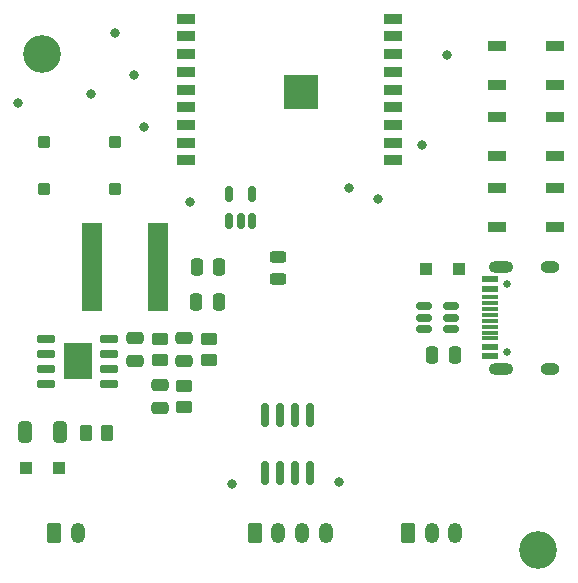
<source format=gts>
G04 #@! TF.GenerationSoftware,KiCad,Pcbnew,9.0.5*
G04 #@! TF.CreationDate,2025-10-15T09:52:21+02:00*
G04 #@! TF.ProjectId,KleverLogger,4b6c6576-6572-44c6-9f67-6765722e6b69,rev?*
G04 #@! TF.SameCoordinates,Original*
G04 #@! TF.FileFunction,Soldermask,Top*
G04 #@! TF.FilePolarity,Negative*
%FSLAX46Y46*%
G04 Gerber Fmt 4.6, Leading zero omitted, Abs format (unit mm)*
G04 Created by KiCad (PCBNEW 9.0.5) date 2025-10-15 09:52:21*
%MOMM*%
%LPD*%
G01*
G04 APERTURE LIST*
G04 Aperture macros list*
%AMRoundRect*
0 Rectangle with rounded corners*
0 $1 Rounding radius*
0 $2 $3 $4 $5 $6 $7 $8 $9 X,Y pos of 4 corners*
0 Add a 4 corners polygon primitive as box body*
4,1,4,$2,$3,$4,$5,$6,$7,$8,$9,$2,$3,0*
0 Add four circle primitives for the rounded corners*
1,1,$1+$1,$2,$3*
1,1,$1+$1,$4,$5*
1,1,$1+$1,$6,$7*
1,1,$1+$1,$8,$9*
0 Add four rect primitives between the rounded corners*
20,1,$1+$1,$2,$3,$4,$5,0*
20,1,$1+$1,$4,$5,$6,$7,0*
20,1,$1+$1,$6,$7,$8,$9,0*
20,1,$1+$1,$8,$9,$2,$3,0*%
G04 Aperture macros list end*
%ADD10C,0.800000*%
%ADD11RoundRect,0.150000X0.512500X0.150000X-0.512500X0.150000X-0.512500X-0.150000X0.512500X-0.150000X0*%
%ADD12C,3.200000*%
%ADD13RoundRect,0.250000X-0.350000X-0.625000X0.350000X-0.625000X0.350000X0.625000X-0.350000X0.625000X0*%
%ADD14O,1.200000X1.750000*%
%ADD15RoundRect,0.250000X-0.450000X0.262500X-0.450000X-0.262500X0.450000X-0.262500X0.450000X0.262500X0*%
%ADD16RoundRect,0.250000X-0.250000X-0.475000X0.250000X-0.475000X0.250000X0.475000X-0.250000X0.475000X0*%
%ADD17R,1.800000X7.500000*%
%ADD18RoundRect,0.250000X-0.300000X-0.300000X0.300000X-0.300000X0.300000X0.300000X-0.300000X0.300000X0*%
%ADD19RoundRect,0.090000X-0.660000X-0.360000X0.660000X-0.360000X0.660000X0.360000X-0.660000X0.360000X0*%
%ADD20R,1.500000X0.900000*%
%ADD21C,0.600000*%
%ADD22R,2.900000X2.900000*%
%ADD23RoundRect,0.250000X0.475000X-0.250000X0.475000X0.250000X-0.475000X0.250000X-0.475000X-0.250000X0*%
%ADD24RoundRect,0.100000X-0.400000X-0.400000X0.400000X-0.400000X0.400000X0.400000X-0.400000X0.400000X0*%
%ADD25RoundRect,0.150000X0.150000X-0.512500X0.150000X0.512500X-0.150000X0.512500X-0.150000X-0.512500X0*%
%ADD26RoundRect,0.243750X0.456250X-0.243750X0.456250X0.243750X-0.456250X0.243750X-0.456250X-0.243750X0*%
%ADD27RoundRect,0.250000X-0.475000X0.250000X-0.475000X-0.250000X0.475000X-0.250000X0.475000X0.250000X0*%
%ADD28RoundRect,0.250000X-0.262500X-0.450000X0.262500X-0.450000X0.262500X0.450000X-0.262500X0.450000X0*%
%ADD29RoundRect,0.150000X-0.650000X-0.150000X0.650000X-0.150000X0.650000X0.150000X-0.650000X0.150000X0*%
%ADD30R,2.410000X3.100000*%
%ADD31RoundRect,0.150000X-0.150000X0.825000X-0.150000X-0.825000X0.150000X-0.825000X0.150000X0.825000X0*%
%ADD32RoundRect,0.250000X-0.325000X-0.650000X0.325000X-0.650000X0.325000X0.650000X-0.325000X0.650000X0*%
%ADD33C,0.650000*%
%ADD34R,1.450000X0.600000*%
%ADD35R,1.450000X0.300000*%
%ADD36O,2.100000X1.000000*%
%ADD37O,1.600000X1.000000*%
G04 APERTURE END LIST*
D10*
G04 #@! TO.C,TP12*
X98300000Y-94100000D03*
G04 #@! TD*
G04 #@! TO.C,TP11*
X80100000Y-130400000D03*
G04 #@! TD*
G04 #@! TO.C,TP10*
X89100000Y-130200000D03*
G04 #@! TD*
G04 #@! TO.C,TP9*
X72600000Y-100200000D03*
G04 #@! TD*
G04 #@! TO.C,TP8*
X71800000Y-95800000D03*
G04 #@! TD*
G04 #@! TO.C,TP7*
X68100000Y-97400000D03*
G04 #@! TD*
G04 #@! TO.C,TP6*
X70200000Y-92200000D03*
G04 #@! TD*
G04 #@! TO.C,TP5*
X96200000Y-101700000D03*
G04 #@! TD*
G04 #@! TO.C,TP4*
X92400000Y-106300000D03*
G04 #@! TD*
G04 #@! TO.C,TP3*
X90000000Y-105300000D03*
G04 #@! TD*
G04 #@! TO.C,TP2*
X76500000Y-106500000D03*
G04 #@! TD*
G04 #@! TO.C,TP1*
X62000000Y-98100000D03*
G04 #@! TD*
D11*
G04 #@! TO.C,U6*
X98637500Y-117250000D03*
X98637500Y-116300000D03*
X98637500Y-115350000D03*
X96362500Y-115350000D03*
X96362500Y-116300000D03*
X96362500Y-117250000D03*
G04 #@! TD*
D12*
G04 #@! TO.C,H2*
X106000000Y-136000000D03*
G04 #@! TD*
D13*
G04 #@! TO.C,J7*
X95000000Y-134550000D03*
D14*
X97000000Y-134550000D03*
X99000000Y-134550000D03*
G04 #@! TD*
D13*
G04 #@! TO.C,J1*
X82000000Y-134550000D03*
D14*
X84000000Y-134550000D03*
X86000000Y-134550000D03*
X88000000Y-134550000D03*
G04 #@! TD*
D15*
G04 #@! TO.C,R83*
X78100000Y-118087500D03*
X78100000Y-119912500D03*
G04 #@! TD*
D16*
G04 #@! TO.C,C8*
X97050000Y-119500000D03*
X98950000Y-119500000D03*
G04 #@! TD*
D17*
G04 #@! TO.C,L2*
X68200000Y-112000000D03*
X73800000Y-112000000D03*
G04 #@! TD*
D18*
G04 #@! TO.C,D5*
X96500000Y-112200000D03*
X99300000Y-112200000D03*
G04 #@! TD*
D12*
G04 #@! TO.C,H1*
X64000000Y-94000000D03*
G04 #@! TD*
D19*
G04 #@! TO.C,D8*
X102550000Y-105350000D03*
X102550000Y-108650000D03*
X107450000Y-108650000D03*
X107450000Y-105350000D03*
G04 #@! TD*
D20*
G04 #@! TO.C,U1*
X76190000Y-91000000D03*
X76190000Y-92500000D03*
X76190000Y-94000000D03*
X76190000Y-95500000D03*
X76190000Y-97000000D03*
X76190000Y-98500000D03*
X76190000Y-100000000D03*
X76190000Y-101500000D03*
X76190000Y-103000000D03*
X93690000Y-103000000D03*
X93690000Y-101500000D03*
X93690000Y-100000000D03*
X93690000Y-98500000D03*
X93690000Y-97000000D03*
X93690000Y-95500000D03*
X93690000Y-94000000D03*
X93690000Y-92500000D03*
X93690000Y-91000000D03*
D21*
X84800000Y-96650000D03*
X84800000Y-97750000D03*
X85350000Y-96100000D03*
X85350000Y-97200000D03*
X85350000Y-98300000D03*
X85900000Y-96650000D03*
D22*
X85900000Y-97200000D03*
D21*
X85900000Y-97750000D03*
X86450000Y-96100000D03*
X86450000Y-97200000D03*
X86450000Y-98300000D03*
X87000000Y-96650000D03*
X87000000Y-97750000D03*
G04 #@! TD*
D23*
G04 #@! TO.C,C35*
X76000000Y-119950000D03*
X76000000Y-118050000D03*
G04 #@! TD*
G04 #@! TO.C,C37*
X74000000Y-123950000D03*
X74000000Y-122050000D03*
G04 #@! TD*
D24*
G04 #@! TO.C,SW1*
X64200000Y-101400000D03*
X70200000Y-101400000D03*
X64200000Y-105400000D03*
X70200000Y-105400000D03*
G04 #@! TD*
D19*
G04 #@! TO.C,D7*
X102550000Y-99350000D03*
X102550000Y-102650000D03*
X107450000Y-102650000D03*
X107450000Y-99350000D03*
G04 #@! TD*
D25*
G04 #@! TO.C,U2*
X79850000Y-108137500D03*
X80800000Y-108137500D03*
X81750000Y-108137500D03*
X81750000Y-105862500D03*
X79850000Y-105862500D03*
G04 #@! TD*
D26*
G04 #@! TO.C,D1*
X84000000Y-113075000D03*
X84000000Y-111200000D03*
G04 #@! TD*
D27*
G04 #@! TO.C,C50*
X71900000Y-118050000D03*
X71900000Y-119950000D03*
G04 #@! TD*
D18*
G04 #@! TO.C,D3*
X62600000Y-129000000D03*
X65400000Y-129000000D03*
G04 #@! TD*
D13*
G04 #@! TO.C,J2*
X65000000Y-134550000D03*
D14*
X67000000Y-134550000D03*
G04 #@! TD*
D16*
G04 #@! TO.C,C53*
X77050000Y-115000000D03*
X78950000Y-115000000D03*
G04 #@! TD*
D28*
G04 #@! TO.C,R85*
X67687500Y-126100000D03*
X69512500Y-126100000D03*
G04 #@! TD*
D16*
G04 #@! TO.C,C36*
X77100000Y-112000000D03*
X79000000Y-112000000D03*
G04 #@! TD*
D29*
G04 #@! TO.C,U9*
X64350000Y-118095000D03*
X64350000Y-119365000D03*
X64350000Y-120635000D03*
X64350000Y-121905000D03*
X69650000Y-121905000D03*
X69650000Y-120635000D03*
X69650000Y-119365000D03*
X69650000Y-118095000D03*
D30*
X67000000Y-120000000D03*
G04 #@! TD*
D15*
G04 #@! TO.C,R84*
X76000000Y-122087500D03*
X76000000Y-123912500D03*
G04 #@! TD*
D31*
G04 #@! TO.C,U3*
X86705000Y-124525000D03*
X85435000Y-124525000D03*
X84165000Y-124525000D03*
X82895000Y-124525000D03*
X82895000Y-129475000D03*
X84165000Y-129475000D03*
X85435000Y-129475000D03*
X86705000Y-129475000D03*
G04 #@! TD*
D32*
G04 #@! TO.C,C52*
X62525000Y-126000000D03*
X65475000Y-126000000D03*
G04 #@! TD*
D33*
G04 #@! TO.C,J5*
X103350000Y-119210000D03*
X103350000Y-113430000D03*
D34*
X101905000Y-119570000D03*
X101905000Y-118770000D03*
D35*
X101905000Y-117570000D03*
X101905000Y-116570000D03*
X101905000Y-116070000D03*
X101905000Y-115070000D03*
D34*
X101905000Y-113870000D03*
X101905000Y-113070000D03*
X101905000Y-113070000D03*
X101905000Y-113870000D03*
D35*
X101905000Y-114570000D03*
X101905000Y-115570000D03*
X101905000Y-117070000D03*
X101905000Y-118070000D03*
D34*
X101905000Y-118770000D03*
X101905000Y-119570000D03*
D36*
X102820000Y-120640000D03*
D37*
X107000000Y-120640000D03*
D36*
X102820000Y-112000000D03*
D37*
X107000000Y-112000000D03*
G04 #@! TD*
D19*
G04 #@! TO.C,D6*
X102550000Y-93350000D03*
X102550000Y-96650000D03*
X107450000Y-96650000D03*
X107450000Y-93350000D03*
G04 #@! TD*
D15*
G04 #@! TO.C,R67*
X74000000Y-118087500D03*
X74000000Y-119912500D03*
G04 #@! TD*
M02*

</source>
